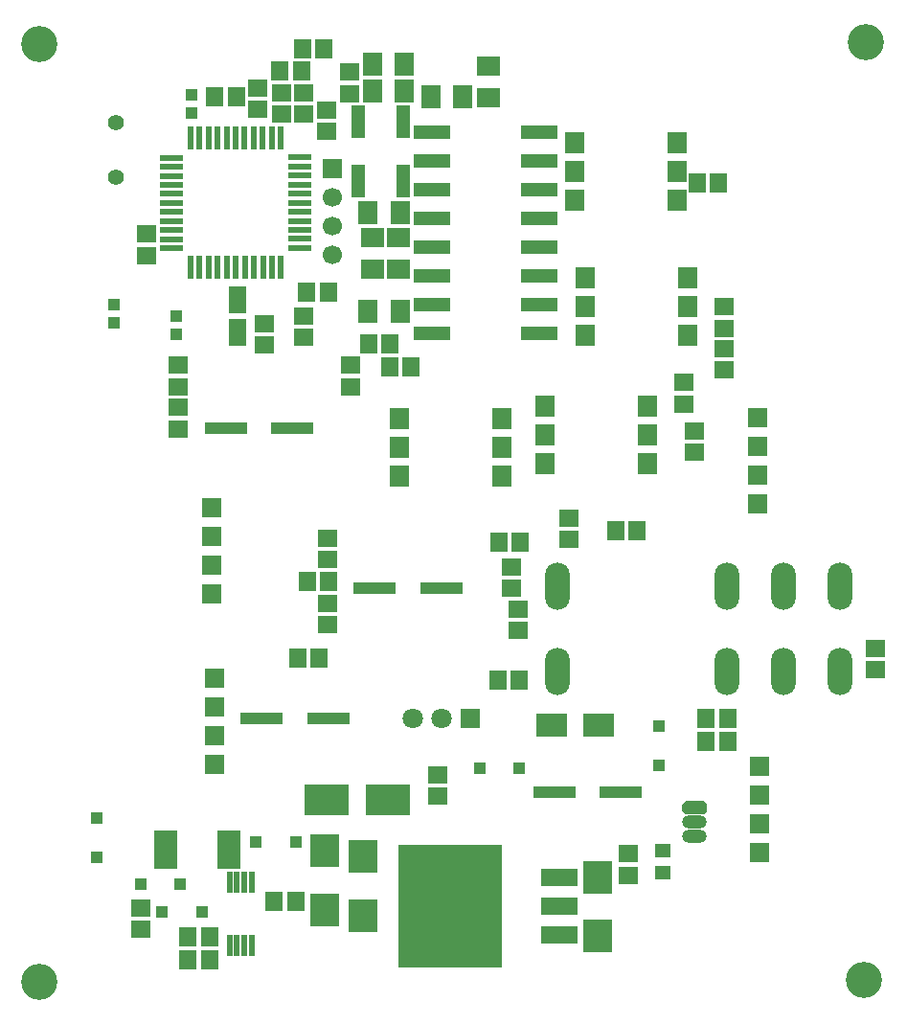
<source format=gbr>
G04 DipTrace 2.4.0.2*
%INTopMask.gbr*%
%MOMM*%
%ADD48C,3.2*%
%ADD57C,1.419*%
%ADD59C,1.8*%
%ADD61R,1.8X1.8*%
%ADD63R,9.2X10.8*%
%ADD65R,3.2X1.65*%
%ADD67R,0.5X1.85*%
%ADD69R,0.6X2.1*%
%ADD71R,2.1X0.6*%
%ADD73R,1.2X2.85*%
%ADD75R,2.0X1.8*%
%ADD77R,1.8X2.0*%
%ADD79R,2.0X3.4*%
%ADD81R,2.75X2.05*%
%ADD83R,1.4X1.2*%
%ADD85O,2.2X1.2*%
%ADD87R,1.72X1.98*%
%ADD89O,2.181X4.181*%
%ADD91R,3.2X1.2*%
%ADD93R,1.7X1.5*%
%ADD95R,1.5X1.7*%
%ADD97C,1.7*%
%ADD99R,1.7X1.7*%
%ADD101R,1.1X1.1*%
%ADD103R,3.95X2.75*%
%ADD105R,3.7X1.0*%
%ADD107R,1.55X2.35*%
%ADD109R,2.55X2.85*%
%FSLAX53Y53*%
G04*
G71*
G90*
G75*
G01*
%LNTopMask*%
%LPD*%
D109*
X64580Y24635D3*
Y19396D3*
X40447Y21706D3*
Y26945D3*
X43813Y21239D3*
Y26478D3*
D107*
X32713Y72784D3*
Y75641D3*
D105*
X44854Y50157D3*
X50728D3*
X31676Y64287D3*
X37550D3*
D103*
X46000Y31441D3*
X40602D3*
D105*
X40738Y38633D3*
X34864D3*
X66584Y32133D3*
X60710D3*
D101*
X69947Y34466D3*
Y37959D3*
X34359Y27754D3*
X37852D3*
X24193Y24020D3*
X27685D3*
X20245Y26342D3*
Y29834D3*
X29568Y21587D3*
X26075D3*
X54159Y34287D3*
X57652D3*
X28626Y93784D3*
Y92196D3*
X21833Y73654D3*
Y75242D3*
X27301Y72624D3*
Y74211D3*
D99*
X41113Y87264D3*
D97*
Y84724D3*
Y82184D3*
Y79644D3*
D99*
X78830Y26818D3*
Y29358D3*
Y31898D3*
Y34438D3*
X30406Y57301D3*
Y54761D3*
Y52221D3*
Y49681D3*
X30724Y42218D3*
Y39678D3*
Y37138D3*
Y34598D3*
X78672Y57619D3*
Y60159D3*
Y62699D3*
Y65239D3*
D95*
X37863Y22487D3*
X35963D3*
D93*
X24180Y20004D3*
Y21904D3*
D95*
X39963Y44020D3*
X38063D3*
D93*
X67280Y26670D3*
Y24770D3*
D91*
X59409Y72697D3*
Y75237D3*
Y77777D3*
Y80317D3*
Y82857D3*
Y85397D3*
Y87937D3*
Y90477D3*
X49884D3*
Y87937D3*
Y85397D3*
Y82857D3*
Y80317D3*
Y77777D3*
Y75237D3*
Y72697D3*
D89*
X60964Y50327D3*
Y42834D3*
X75976Y50327D3*
X80954D3*
X85958D3*
X75976Y42834D3*
X80954D3*
X85958D3*
D87*
X68984Y61206D3*
Y63746D3*
Y66286D3*
X59935D3*
Y63746D3*
Y61206D3*
X56086Y60088D3*
Y62628D3*
Y65168D3*
X47037D3*
Y62628D3*
Y60088D3*
X72551Y72506D3*
Y75046D3*
Y77586D3*
X63502D3*
Y75046D3*
Y72506D3*
X71576Y84463D3*
Y87003D3*
Y89543D3*
X62527D3*
Y87003D3*
Y84463D3*
G36*
X72352Y31355D2*
X72043Y31047D1*
Y30464D1*
X72352Y30155D1*
X73935D1*
X74243Y30464D1*
Y31047D1*
X73935Y31355D1*
X72352D1*
X72043Y31047D1*
Y30464D1*
X72352Y30155D1*
X73935D1*
X74243Y30464D1*
Y31047D1*
X73935Y31355D1*
X72352D1*
X72043Y31047D1*
Y30464D1*
X72352Y30155D1*
X73935D1*
X74243Y30464D1*
Y31047D1*
X73935Y31355D1*
X72352D1*
G37*
D85*
X73143Y29485D3*
Y28215D3*
D95*
X28363Y17354D3*
X30263D3*
X28363Y19354D3*
X30263D3*
D83*
X70313Y24987D3*
Y26987D3*
D93*
X24647Y81470D3*
Y79570D3*
D95*
X55730Y42020D3*
X57630D3*
X66129Y55237D3*
X68029D3*
X55830Y54254D3*
X57730D3*
D93*
X57547Y48304D3*
Y46404D3*
X56913Y50137D3*
Y52037D3*
X62001Y54443D3*
Y56343D3*
X40713Y48837D3*
Y46937D3*
D95*
X40797Y50754D3*
X38897D3*
D93*
X40713Y52670D3*
Y54570D3*
X75713Y73137D3*
Y75037D3*
D95*
X44330Y71787D3*
X46230D3*
X46163Y69687D3*
X48063D3*
D93*
X72147Y66437D3*
Y68337D3*
X42747Y67970D3*
Y69870D3*
X38580Y72337D3*
Y74237D3*
X35080Y73570D3*
Y71670D3*
D95*
X74163Y36654D3*
X76063D3*
X74163Y38654D3*
X76063D3*
D93*
X89147Y44870D3*
Y42970D3*
X73113Y64070D3*
Y62170D3*
D81*
X60488Y38087D3*
X64638D3*
D93*
X50447Y31770D3*
Y33670D3*
D79*
X26380Y27087D3*
X31980D3*
D77*
X47080Y74654D3*
X44280D3*
D75*
X46980Y78354D3*
Y81154D3*
X44647Y78387D3*
Y81187D3*
X54880Y93520D3*
Y96320D3*
D77*
X49847Y93620D3*
X52647D3*
D93*
X27513Y69870D3*
Y67970D3*
X75713Y71337D3*
Y69437D3*
D77*
X47080Y83387D3*
X44280D3*
X47480Y94120D3*
X44680D3*
X47480Y96454D3*
X44680D3*
D93*
X36580Y93937D3*
Y92037D3*
D95*
X30730Y93587D3*
X32630D3*
D93*
X34547Y94370D3*
Y92470D3*
D95*
X38463Y97854D3*
X40363D3*
D93*
X40613Y92437D3*
Y90537D3*
D95*
X36463Y95854D3*
X38363D3*
D93*
X38580Y93937D3*
Y92037D3*
D95*
X38863Y76287D3*
X40763D3*
D93*
X42613Y95770D3*
Y93870D3*
D95*
X73363Y85954D3*
X75263D3*
D93*
X27513Y66137D3*
Y64237D3*
D73*
X43396Y86134D3*
Y91373D3*
X47364Y86134D3*
Y91373D3*
D71*
X38263Y80228D3*
Y81028D3*
Y81828D3*
Y82628D3*
Y83428D3*
Y84228D3*
Y85028D3*
Y85828D3*
Y86628D3*
Y87428D3*
Y88228D3*
D69*
X36555Y89920D3*
X35755D3*
X34955D3*
X34155D3*
X33355D3*
X32555D3*
X31755D3*
X30955D3*
X30155D3*
X29355D3*
X28555D3*
D71*
X26863Y88212D3*
Y87412D3*
Y86612D3*
Y85812D3*
Y85012D3*
Y84212D3*
Y83412D3*
Y82612D3*
Y81812D3*
Y81012D3*
Y80212D3*
D69*
X28571Y78520D3*
X29371D3*
X30171D3*
X30971D3*
X31771D3*
X32571D3*
X33371D3*
X34171D3*
X34971D3*
X35771D3*
X36571D3*
D67*
X33963Y24162D3*
X33313D3*
X32663D3*
X32013D3*
Y18612D3*
X32663D3*
X33313D3*
X33963D3*
D65*
X61147Y19480D3*
Y22020D3*
Y24560D3*
D63*
X51547Y22020D3*
D61*
X53264Y38620D3*
D59*
X50724D3*
X48184D3*
D57*
X21992Y86514D3*
Y91340D3*
D48*
X88272Y98433D3*
X15239Y98274D3*
Y15398D3*
X88113Y15557D3*
M02*

</source>
